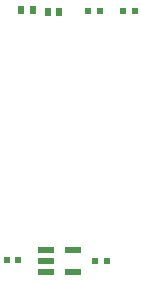
<source format=gbp>
G04 EAGLE Gerber RS-274X export*
G75*
%MOMM*%
%FSLAX34Y34*%
%LPD*%
%INSolderpaste Bottom*%
%IPPOS*%
%AMOC8*
5,1,8,0,0,1.08239X$1,22.5*%
G01*
G04 Define Apertures*
%ADD10R,0.560000X0.629100*%
%ADD11R,0.535100X0.644000*%
%ADD12R,1.422400X0.558800*%
D10*
X24154Y71300D03*
X33846Y71300D03*
X53554Y71200D03*
X63246Y71200D03*
X-35354Y-139300D03*
X-45046Y-139300D03*
X30054Y-140200D03*
X39746Y-140200D03*
D11*
X-10475Y71000D03*
X-325Y71000D03*
X-32675Y72100D03*
X-22525Y72100D03*
D12*
X-11444Y-149500D03*
X-11444Y-140000D03*
X-11444Y-130500D03*
X11444Y-130500D03*
X11444Y-149500D03*
M02*

</source>
